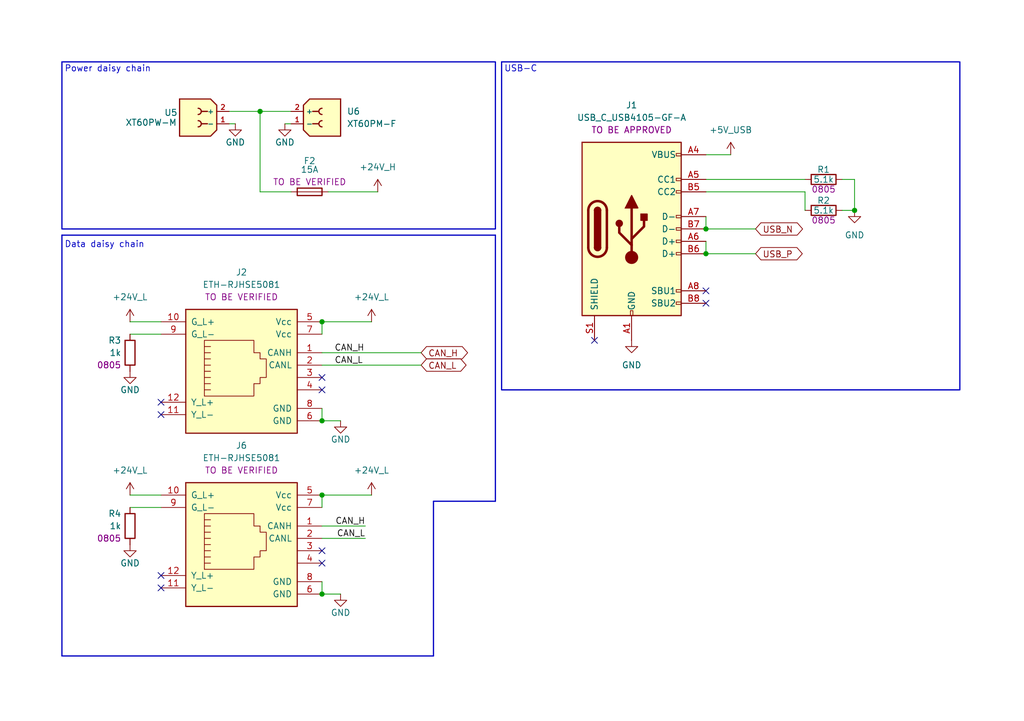
<source format=kicad_sch>
(kicad_sch (version 20231120) (generator "eeschema") (generator_version "8.0")
  (paper "A5")
  (title_block (title "ARM-JL Driver") (date "2025-02-03") (rev "REV0") (company "RobotiqueUdeS") (comment 1 "Made by Philippe Michaud"))
  (lib_symbols
    (symbol "RoverLibrary:ETH-RJHSE5081" (pin_names (offset 1.016))
      (property "Reference" "J" (at 0 9.144 0))
      (property "Value" "ETH-RJHSE5081" (at 0 6.858 0))
      (property "STATUS" "TO BE VERIFIED" (at 0.254 11.43 0))
      (symbol "ETH-RJHSE5081_0_1"
        (polyline (pts (xy 6.35 -3.81) (xy 7.62 -3.81)))
        (polyline (pts (xy 6.35 -2.54) (xy 7.62 -2.54)))
        (polyline (pts (xy 6.35 -5.08) (xy 7.62 -5.08) (xy 7.62 -5.08)))
        (polyline (pts (xy 7.62 -11.43) (xy 6.35 -11.43) (xy 6.35 -11.43)))
        (polyline (pts (xy 7.62 -10.16) (xy 6.35 -10.16) (xy 6.35 -10.16)))
        (polyline (pts (xy 7.62 -8.89) (xy 6.35 -8.89) (xy 6.35 -8.89)))
        (polyline (pts (xy 7.62 -7.62) (xy 6.35 -7.62) (xy 6.35 -7.62)))
        (polyline (pts (xy 7.62 -6.35) (xy 6.35 -6.35) (xy 6.35 -6.35)))
        (polyline (pts (xy 7.62 -12.7) (xy 7.62 -1.27) (xy -2.54 -1.27) (xy -2.54 -3.81) (xy -3.81 -3.81) (xy -3.81 -5.08) (xy -5.08 -5.08) (xy -5.08 -8.89) (xy -3.81 -8.89) (xy -3.81 -10.16) (xy -2.54 -10.16) (xy -2.54 -12.7) (xy 7.62 -12.7) (xy 7.62 -12.7)))
      )
      (symbol "ETH-RJHSE5081_1_1"
        (rectangle (start -11.43 5.08) (end 11.43 -20.32) (stroke (width 0.254)) (fill (type background)))
        (pin bidirectional line (at -16.51 -3.81 0) (length 5.08) (name "CANH") (number "1"))
        (pin passive line (at 16.51 2.54 180) (length 5.08) (name "G_L+") (number "10"))
        (pin passive line (at 16.51 -16.51 180) (length 5.08) (name "Y_L-") (number "11"))
        (pin passive line (at 16.51 -13.97 180) (length 5.08) (name "Y_L+") (number "12"))
        (pin bidirectional line (at -16.51 -6.35 0) (length 5.08) (name "CANL") (number "2"))
        (pin bidirectional line (at -16.51 -8.89 0) (length 5.08) (name "~") (number "3"))
        (pin bidirectional line (at -16.51 -11.43 0) (length 5.08) (name "~") (number "4"))
        (pin power_out line (at -16.51 2.54 0) (length 5.08) (name "Vcc") (number "5"))
        (pin power_in line (at -16.51 -17.78 0) (length 5.08) (name "GND") (number "6"))
        (pin power_in line (at -16.51 0 0) (length 5.08) (name "Vcc") (number "7"))
        (pin passive line (at -16.51 -15.24 0) (length 5.08) (name "GND") (number "8"))
        (pin passive line (at 16.51 0 180) (length 5.08) (name "G_L-") (number "9"))
      )
    )
    (symbol "RoverLibrary:FuseHolder-3588-20" (pin_numbers hide) (pin_names (offset 0))
      (property "Reference" "F" (at 2.032 0 90))
      (property "Value" "FuseHolder-3588-20" (at -1.905 0 90))
      (property "STATUS" "TO BE VERIFIED" (at -4.064 -0.254 90))
      (symbol "FuseHolder-3588-20_0_1"
        (rectangle (start -0.762 2.54) (end 0.762 -2.54) (stroke (width 0.254)))
        (polyline (pts (xy 0 2.54) (xy 0 -2.54)))
      )
      (symbol "FuseHolder-3588-20_1_1"
        (pin power_out line (at 0 3.81 270) (length 1.27) (name "~") (number "1"))
        (pin power_in line (at 0 -3.81 90) (length 1.27) (name "~") (number "2"))
      )
    )
    (symbol "RoverLibrary:R_0805" (pin_numbers hide) (pin_names (offset 0))
      (property "Reference" "R" (at 2.032 0 90))
      (property "Value" "k" (at 0 0 90))
      (property "Package" "0805" (at -2.286 0 90))
      (symbol "R_0805_0_1"
        (rectangle (start -1.016 -2.54) (end 1.016 2.54) (stroke (width 0.254)))
      )
      (symbol "R_0805_1_1"
        (pin passive line (at 0 3.81 270) (length 1.27) (name "~") (number "1"))
        (pin passive line (at 0 -3.81 90) (length 1.27) (name "~") (number "2"))
      )
    )
    (symbol "RoverLibrary:USB_C_USB4105-GF-A" (pin_names (offset 1.016))
      (property "Reference" "J" (at 0 22.225 0))
      (property "Value" "USB_C_USB4105-GF-A" (at 0 19.685 0))
      (property "STATUS" "TO BE APPROVED" (at 0 24.13 0))
      (symbol "USB_C_USB4105-GF-A_0_0"
        (rectangle (start -0.254 -17.78) (end 0.254 -16.764))
        (rectangle (start 10.16 -14.986) (end 9.144 -15.494))
        (rectangle (start 10.16 -12.446) (end 9.144 -12.954))
        (rectangle (start 10.16 -4.826) (end 9.144 -5.334))
        (rectangle (start 10.16 -2.286) (end 9.144 -2.794))
        (rectangle (start 10.16 0.254) (end 9.144 -0.254))
        (rectangle (start 10.16 2.794) (end 9.144 2.286))
        (rectangle (start 10.16 7.874) (end 9.144 7.366))
        (rectangle (start 10.16 10.414) (end 9.144 9.906))
        (rectangle (start 10.16 15.494) (end 9.144 14.986))
      )
      (symbol "USB_C_USB4105-GF-A_0_1"
        (rectangle (start -10.16 17.78) (end 10.16 -17.78) (stroke (width 0.254)) (fill (type background)))
        (arc (start -8.89 -3.81) (mid -6.985 -5.7067) (end -5.08 -3.81) (stroke (width 0.508)))
        (arc (start -7.62 -3.81) (mid -6.985 -4.4423) (end -6.35 -3.81) (stroke (width 0.254)))
        (arc (start -7.62 -3.81) (mid -6.985 -4.4423) (end -6.35 -3.81) (stroke (width 0.254)) (fill (type outline)))
        (rectangle (start -7.62 -3.81) (end -6.35 3.81) (stroke (width 0.254)) (fill (type outline)))
        (arc (start -6.35 3.81) (mid -6.985 4.4423) (end -7.62 3.81) (stroke (width 0.254)))
        (arc (start -6.35 3.81) (mid -6.985 4.4423) (end -7.62 3.81) (stroke (width 0.254)) (fill (type outline)))
        (arc (start -5.08 3.81) (mid -6.985 5.7067) (end -8.89 3.81) (stroke (width 0.508)))
        (circle (center -2.54 1.143) (radius 0.635) (stroke (width 0.254)) (fill (type outline)))
        (circle (center 0 -5.842) (radius 1.27) (fill (type outline)))
        (polyline (pts (xy -8.89 -3.81) (xy -8.89 3.81)) (stroke (width 0.508)))
        (polyline (pts (xy -5.08 3.81) (xy -5.08 -3.81)) (stroke (width 0.508)))
        (polyline (pts (xy 0 -5.842) (xy 0 4.318)) (stroke (width 0.508)))
        (polyline (pts (xy 0 -3.302) (xy -2.54 -0.762) (xy -2.54 0.508)) (stroke (width 0.508)))
        (polyline (pts (xy 0 -2.032) (xy 2.54 0.508) (xy 2.54 1.778)) (stroke (width 0.508)))
        (polyline (pts (xy -1.27 4.318) (xy 0 6.858) (xy 1.27 4.318) (xy -1.27 4.318)) (stroke (width 0.254)) (fill (type outline)))
        (rectangle (start 1.905 1.778) (end 3.175 3.048) (stroke (width 0.254)) (fill (type outline)))
      )
      (symbol "USB_C_USB4105-GF-A_1_1"
        (pin power_out line (at 0 -22.86 90) (length 5.08) (name "GND") (number "A1"))
        (pin power_in line (at 0 -22.86 90) (length 5.08) hide (name "GND") (number "A12"))
        (pin power_out line (at 15.24 15.24 180) (length 5.08) (name "VBUS") (number "A4"))
        (pin bidirectional line (at 15.24 10.16 180) (length 5.08) (name "CC1") (number "A5"))
        (pin bidirectional line (at 15.24 -2.54 180) (length 5.08) (name "D+") (number "A6"))
        (pin bidirectional line (at 15.24 2.54 180) (length 5.08) (name "D-") (number "A7"))
        (pin bidirectional line (at 15.24 -12.7 180) (length 5.08) (name "SBU1") (number "A8"))
        (pin power_in line (at 15.24 15.24 180) (length 5.08) hide (name "VBUS") (number "A9"))
        (pin power_in line (at 0 -22.86 90) (length 5.08) hide (name "GND") (number "B1"))
        (pin power_in line (at 0 -22.86 90) (length 5.08) hide (name "GND") (number "B12"))
        (pin power_in line (at 15.24 15.24 180) (length 5.08) hide (name "VBUS") (number "B4"))
        (pin bidirectional line (at 15.24 7.62 180) (length 5.08) (name "CC2") (number "B5"))
        (pin bidirectional line (at 15.24 -5.08 180) (length 5.08) (name "D+") (number "B6"))
        (pin bidirectional line (at 15.24 0 180) (length 5.08) (name "D-") (number "B7"))
        (pin bidirectional line (at 15.24 -15.24 180) (length 5.08) (name "SBU2") (number "B8"))
        (pin power_in line (at 15.24 15.24 180) (length 5.08) hide (name "VBUS") (number "B9"))
        (pin power_in line (at -7.62 -22.86 90) (length 5.08) (name "SHIELD") (number "S1"))
      )
    )
    (symbol "RoverLibrary:XT60PW-F"
      (property "Reference" "U" (at 0 0 0))
      (property "Value" "XT60PM-F" (at 0 -1.524 0))
      (symbol "XT60PW-F_0_0"
        (polyline (pts (xy 1.9077 -7.62) (xy 0.6377 -7.62)) (stroke (width 0.254)))
        (polyline (pts (xy 1.9077 -5.08) (xy 0.6377 -5.08)) (stroke (width 0.254)))
        (arc (start 0.0027 -8.255) (mid 0.635 -7.62) (end 0.0027 -6.985) (stroke (width 0.254)))
        (arc (start 0.0027 -5.715) (mid 0.635 -5.08) (end 0.0027 -4.445) (stroke (width 0.254)))
      )
      (symbol "XT60PW-F_1_0"
        (polyline (pts (xy -3.81 -2.54) (xy 2.54 -2.54) (xy 2.54 -2.54) (xy 3.81 -3.81) (xy 3.81 -8.89) (xy 2.54 -10.16) (xy -3.81 -10.16) (xy -3.81 -2.54)) (stroke (width 0.254)) (fill (type background)))
        (pin power_in line (at 6.35 -7.62 180) (length 2.54) (name "-") (number "1"))
        (pin power_in line (at 6.35 -5.08 180) (length 2.54) (name "+") (number "2"))
      )
    )
    (symbol "RoverLibrary:XT60PW-M"
      (property "Reference" "U" (at 0 0 0))
      (property "Value" "XT60PW-M" (at 0 -1.524 0))
      (symbol "XT60PW-M_0_0"
        (polyline (pts (xy 1.9077 -7.62) (xy 0.6377 -7.62)) (stroke (width 0.254)))
        (polyline (pts (xy 1.9077 -5.08) (xy 0.6377 -5.08)) (stroke (width 0.254)))
        (arc (start 0.0027 -8.255) (mid 0.635 -7.62) (end 0.0027 -6.985) (stroke (width 0.254)))
        (arc (start 0.0027 -5.715) (mid 0.635 -5.08) (end 0.0027 -4.445) (stroke (width 0.254)))
      )
      (symbol "XT60PW-M_1_0"
        (polyline (pts (xy -3.81 -2.54) (xy 2.54 -2.54) (xy 2.54 -2.54) (xy 3.81 -3.81) (xy 3.81 -8.89) (xy 2.54 -10.16) (xy -3.81 -10.16) (xy -3.81 -2.54)) (stroke (width 0.254)) (fill (type background)))
        (pin power_out line (at 6.35 -7.62 180) (length 2.54) (name "-") (number "1"))
        (pin power_out line (at 6.35 -5.08 180) (length 2.54) (name "+") (number "2"))
      )
    )
    (symbol "power:+24V" (power) (pin_numbers hide) (pin_names (offset 0) hide)
      (property "Value" "+24V" (at 0 3.556 0))
      (symbol "+24V_0_1"
        (polyline (pts (xy -0.762 1.27) (xy 0 2.54)))
        (polyline (pts (xy 0 0) (xy 0 2.54)))
        (polyline (pts (xy 0 2.54) (xy 0.762 1.27)))
      )
      (symbol "+24V_1_1"
        (pin power_in line (at 0 0 90) (length 0) (name "~") (number "1"))
      )
    )
    (symbol "power:+5V" (power) (pin_numbers hide) (pin_names (offset 0) hide)
      (property "Value" "+5V" (at 0 3.556 0))
      (symbol "+5V_0_1"
        (polyline (pts (xy -0.762 1.27) (xy 0 2.54)))
        (polyline (pts (xy 0 0) (xy 0 2.54)))
        (polyline (pts (xy 0 2.54) (xy 0.762 1.27)))
      )
      (symbol "+5V_1_1"
        (pin power_in line (at 0 0 90) (length 0) (name "~") (number "1"))
      )
    )
    (symbol "power:GND" (power) (pin_numbers hide) (pin_names (offset 0) hide)
      (property "Value" "GND" (at 0 -3.81 0))
      (symbol "GND_0_1"
        (polyline (pts (xy 0 0) (xy 0 -1.27) (xy 1.27 -1.27) (xy 0 -2.54) (xy -1.27 -1.27) (xy 0 -1.27)))
      )
      (symbol "GND_1_1"
        (pin power_in line (at 0 0 270) (length 0) (name "~") (number "1"))
      )
    )
  )
  (junction (at 144.78 52.07))
  (junction (at 175.26 43.18))
  (junction (at 66.04 101.6))
  (junction (at 66.04 66.04))
  (junction (at 66.04 86.36))
  (junction (at 53.34 22.86))
  (junction (at 66.04 121.92))
  (junction (at 144.78 46.99))
  (no_connect (at 121.92 69.85))
  (no_connect (at 66.04 77.47))
  (no_connect (at 33.02 118.11))
  (no_connect (at 33.02 85.09))
  (no_connect (at 144.78 62.23))
  (no_connect (at 66.04 113.03))
  (no_connect (at 33.02 120.65))
  (no_connect (at 66.04 80.01))
  (no_connect (at 66.04 115.57))
  (no_connect (at 144.78 59.69))
  (no_connect (at 33.02 82.55))
  (wire (pts (xy 76.2 101.6) (xy 66.04 101.6)))
  (wire (pts (xy 74.93 107.95) (xy 66.04 107.95)))
  (wire (pts (xy 46.99 22.86) (xy 53.34 22.86)))
  (wire (pts (xy 76.2 66.04) (xy 66.04 66.04)))
  (wire (pts (xy 172.72 43.18) (xy 175.26 43.18)))
  (wire (pts (xy 66.04 66.04) (xy 66.04 68.58)))
  (wire (pts (xy 53.34 22.86) (xy 53.34 39.37)))
  (wire (pts (xy 26.67 66.04) (xy 33.02 66.04)))
  (wire (pts (xy 48.26 25.4) (xy 46.99 25.4)))
  (wire (pts (xy 144.78 49.53) (xy 144.78 52.07)))
  (wire (pts (xy 53.34 39.37) (xy 59.69 39.37)))
  (wire (pts (xy 172.72 36.83) (xy 175.26 36.83)))
  (wire (pts (xy 165.1 39.37) (xy 144.78 39.37)))
  (wire (pts (xy 144.78 46.99) (xy 154.94 46.99)))
  (wire (pts (xy 69.85 86.36) (xy 66.04 86.36)))
  (wire (pts (xy 66.04 119.38) (xy 66.04 121.92)))
  (wire (pts (xy 66.04 72.39) (xy 86.36 72.39)))
  (wire (pts (xy 144.78 36.83) (xy 165.1 36.83)))
  (wire (pts (xy 66.04 74.93) (xy 86.36 74.93)))
  (polyline (pts (xy 101.6 48.26) (xy 101.6 102.87)) (stroke (width 0.254)))
  (wire (pts (xy 53.34 22.86) (xy 59.69 22.86)))
  (polyline (pts (xy 12.7 48.26) (xy 12.7 134.62)) (stroke (width 0.254)))
  (polyline (pts (xy 101.6 102.87) (xy 88.9 102.87)) (stroke (width 0.254)))
  (wire (pts (xy 26.67 68.58) (xy 33.02 68.58)))
  (wire (pts (xy 66.04 83.82) (xy 66.04 86.36)))
  (wire (pts (xy 149.86 31.75) (xy 144.78 31.75)))
  (wire (pts (xy 175.26 36.83) (xy 175.26 43.18)))
  (wire (pts (xy 26.67 104.14) (xy 33.02 104.14)))
  (wire (pts (xy 66.04 101.6) (xy 66.04 104.14)))
  (polyline (pts (xy 12.7 48.26) (xy 101.6 48.26)) (stroke (width 0.254)))
  (wire (pts (xy 154.94 52.07) (xy 144.78 52.07)))
  (wire (pts (xy 69.85 121.92) (xy 66.04 121.92)))
  (wire (pts (xy 26.67 101.6) (xy 33.02 101.6)))
  (wire (pts (xy 66.04 110.49) (xy 74.93 110.49)))
  (polyline (pts (xy 88.9 102.87) (xy 88.9 134.62)) (stroke (width 0.254)))
  (wire (pts (xy 58.42 25.4) (xy 59.69 25.4)))
  (wire (pts (xy 144.78 44.45) (xy 144.78 46.99)))
  (wire (pts (xy 165.1 39.37) (xy 165.1 43.18)))
  (wire (pts (xy 77.47 39.37) (xy 67.31 39.37)))
  (polyline (pts (xy 88.9 134.62) (xy 12.7 134.62)) (stroke (width 0.254)))
  (rectangle (start 12.7 12.7) (end 101.6 46.99) (stroke (width 0.254)))
  (rectangle (start 102.87 12.7) (end 196.85 80.01) (stroke (width 0.254)))
  (text "Data daisy chain" (at 13.208 50.292 0) (effects (font (size 1.27 1.27)) (justify left)))
  (text "USB-C" (at 103.378 14.224 0) (effects (font (size 1.27 1.27)) (justify left)))
  (text "Power daisy chain" (at 13.208 14.224 0) (effects (font (size 1.27 1.27)) (justify left)))
  (label "CAN_L" (at 74.93 110.49 180))
  (label "CAN_H" (at 74.93 107.95 180))
  (label "CAN_L" (at 68.58 74.93 0))
  (label "CAN_H" (at 68.5711 72.39 0))
  (global_label "USB_N" (shape bidirectional) (at 154.94 46.99 0) (property "Intersheetrefs" "${INTERSHEET_REFS}" (effects (hide yes))))
  (global_label "CAN_H" (shape bidirectional) (at 86.36 72.39 0) (property "Intersheetrefs" "${INTERSHEET_REFS}" (effects (hide yes))))
  (global_label "CAN_L" (shape bidirectional) (at 86.36 74.93 0) (property "Intersheetrefs" "${INTERSHEET_REFS}" (effects (hide yes))))
  (global_label "USB_P" (shape bidirectional) (at 154.94 52.07 0) (property "Intersheetrefs" "${INTERSHEET_REFS}" (effects (hide yes))))
  (symbol (lib_id "power:+24V") (at 76.2 66.04 0) (mirror y) (unit 1)
    (property "Reference" "#PWR024" (effects (hide yes)))
    (property "Value" "+24V_L" (at 76.2 60.96 0))
    (property "Description" "Power symbol creates a global label with name \"+24V\"" (effects (hide yes)))
  )
  (symbol (lib_id "power:GND") (at 69.85 86.36 0) (unit 1)
    (property "Reference" "#PWR012" (effects (hide yes)))
    (property "Value" "GND" (at 69.85 90.17 0))
    (property "Description" "Power symbol creates a global label with name \"GND\" , ground" (effects (hide yes)))
  )
  (symbol (lib_id "power:GND") (at 129.54 69.85 0) (unit 1)
    (property "Reference" "#PWR06" (effects (hide yes)))
    (property "Value" "GND" (at 129.54 74.93 0))
    (property "Description" "Power symbol creates a global label with name \"GND\" , ground" (effects (hide yes)))
  )
  (symbol (lib_id "RoverLibrary:R_0805") (at 26.67 72.39 0) (unit 1)
    (property "Reference" "R3" (at 24.892 69.85 0) (effects (justify right)))
    (property "Value" "1k" (at 24.892 72.39 0) (effects (justify right)))
    (property "Footprint" "Resistor_SMD:R_0805_2012Metric_Pad1.20x1.40mm_HandSolder" (effects (hide yes)))
    (property "Description" "Resistor" (effects (hide yes)))
    (property "Package" "0805" (at 24.892 74.93 0) (effects (justify right)))
  )
  (symbol (lib_id "power:+24V") (at 26.67 66.04 0) (mirror y) (unit 1)
    (property "Reference" "#PWR016" (effects (hide yes)))
    (property "Value" "+24V_L" (at 26.67 60.96 0))
    (property "Description" "Power symbol creates a global label with name \"+24V\"" (effects (hide yes)))
  )
  (symbol (lib_id "power:+24V") (at 76.2 101.6 0) (mirror y) (unit 1)
    (property "Reference" "#PWR025" (effects (hide yes)))
    (property "Value" "+24V_L" (at 76.2 96.52 0))
    (property "Description" "Power symbol creates a global label with name \"+24V\"" (effects (hide yes)))
  )
  (symbol (lib_id "power:GND") (at 175.26 43.18 0) (unit 1)
    (property "Reference" "#PWR05" (effects (hide yes)))
    (property "Value" "GND" (at 175.26 48.26 0))
    (property "Description" "Power symbol creates a global label with name \"GND\" , ground" (effects (hide yes)))
  )
  (symbol (lib_id "RoverLibrary:XT60PW-M") (at 40.64 17.78 0) (unit 1)
    (property "Reference" "U5" (at 35.052 23.114 0))
    (property "Value" "XT60PW-M" (at 30.988 25.146 0))
    (property "Footprint" "RoverFootprint:AMASS_XT60PW-M_1x02_P7.20mm_Horizontal" (effects (hide yes)))
    (property "STATUS" "APPROVED" (effects (hide yes)))
  )
  (symbol (lib_id "RoverLibrary:R_0805") (at 168.91 43.18 90) (unit 1)
    (property "Reference" "R2" (at 168.91 41.148 90))
    (property "Value" "5.1k" (at 168.91 43.18 90))
    (property "Footprint" "Resistor_SMD:R_0805_2012Metric_Pad1.20x1.40mm_HandSolder" (effects (hide yes)))
    (property "Description" "Resistor" (effects (hide yes)))
    (property "Package" "0805" (at 168.91 45.212 90))
  )
  (symbol (lib_id "RoverLibrary:R_0805") (at 168.91 36.83 90) (unit 1)
    (property "Reference" "R1" (at 168.91 34.798 90))
    (property "Value" "5.1k" (at 168.91 36.83 90))
    (property "Footprint" "Resistor_SMD:R_0805_2012Metric_Pad1.20x1.40mm_HandSolder" (effects (hide yes)))
    (property "Description" "Resistor" (effects (hide yes)))
    (property "Package" "0805" (at 168.91 38.862 90))
  )
  (symbol (lib_id "power:GND") (at 26.67 111.76 0) (unit 1)
    (property "Reference" "#PWR019" (effects (hide yes)))
    (property "Value" "GND" (at 26.67 115.57 0))
    (property "Description" "Power symbol creates a global label with name \"GND\" , ground" (effects (hide yes)))
  )
  (symbol (lib_id "power:+5V") (at 149.86 31.75 0) (unit 1)
    (property "Reference" "#PWR04" (effects (hide yes)))
    (property "Value" "+5V_USB" (at 149.86 26.67 0))
    (property "Description" "Power symbol creates a global label with name \"+5V\"" (effects (hide yes)))
  )
  (symbol (lib_id "power:GND") (at 26.67 76.2 0) (unit 1)
    (property "Reference" "#PWR017" (effects (hide yes)))
    (property "Value" "GND" (at 26.67 80.01 0))
    (property "Description" "Power symbol creates a global label with name \"GND\" , ground" (effects (hide yes)))
  )
  (symbol (lib_id "power:+24V") (at 77.47 39.37 0) (unit 1)
    (property "Reference" "#PWR026" (effects (hide yes)))
    (property "Value" "+24V_H" (at 77.47 34.29 0))
    (property "Description" "Power symbol creates a global label with name \"+24V\"" (effects (hide yes)))
  )
  (symbol (lib_id "RoverLibrary:R_0805") (at 26.67 107.95 0) (unit 1)
    (property "Reference" "R4" (at 24.892 105.41 0) (effects (justify right)))
    (property "Value" "1k" (at 24.892 107.95 0) (effects (justify right)))
    (property "Footprint" "Resistor_SMD:R_0805_2012Metric_Pad1.20x1.40mm_HandSolder" (effects (hide yes)))
    (property "Description" "Resistor" (effects (hide yes)))
    (property "Package" "0805" (at 24.892 110.49 0) (effects (justify right)))
  )
  (symbol (lib_id "power:GND") (at 58.42 25.4 0) (unit 1)
    (property "Reference" "#PWR021" (effects (hide yes)))
    (property "Value" "GND" (at 58.42 29.21 0))
    (property "Description" "Power symbol creates a global label with name \"GND\" , ground" (effects (hide yes)))
  )
  (symbol (lib_id "RoverLibrary:XT60PW-F") (at 66.04 17.78 0) (mirror y) (unit 1)
    (property "Reference" "U6" (at 71.12 22.8599 0) (effects (justify right)))
    (property "Value" "XT60PM-F" (at 71.12 25.3999 0) (effects (justify right)))
    (property "Footprint" "RoverFootprint:AMASS_XT60PW-F_1x02_P7.20mm_Horizontal" (effects (hide yes)))
    (property "STATUS" "APPROVED" (effects (hide yes)))
  )
  (symbol (lib_id "RoverLibrary:ETH-RJHSE5081") (at 49.53 104.14 0) (mirror y) (unit 1)
    (property "Reference" "J6" (at 49.53 91.44 0))
    (property "Value" "ETH-RJHSE5081" (at 49.53 93.98 0))
    (property "Footprint" "RoverFootprint:ETH-RJHSE5081" (effects (hide yes)))
    (property "Description" "RJ connector, 8P8C (8 positions 8 connected), RJ31/RJ32/RJ33/RJ34/RJ35/RJ41/RJ45/RJ49/RJ61" (effects (hide yes)))
    (property "STATUS" "TO BE VERIFIED" (at 49.53 96.52 0))
  )
  (symbol (lib_id "power:+24V") (at 26.67 101.6 0) (mirror y) (unit 1)
    (property "Reference" "#PWR018" (effects (hide yes)))
    (property "Value" "+24V_L" (at 26.67 96.52 0))
    (property "Description" "Power symbol creates a global label with name \"+24V\"" (effects (hide yes)))
  )
  (symbol (lib_id "power:GND") (at 48.26 25.4 0) (unit 1)
    (property "Reference" "#PWR020" (effects (hide yes)))
    (property "Value" "GND" (at 48.26 29.21 0))
    (property "Description" "Power symbol creates a global label with name \"GND\" , ground" (effects (hide yes)))
  )
  (symbol (lib_id "RoverLibrary:ETH-RJHSE5081") (at 49.53 68.58 0) (mirror y) (unit 1)
    (property "Reference" "J2" (at 49.53 55.88 0))
    (property "Value" "ETH-RJHSE5081" (at 49.53 58.42 0))
    (property "Footprint" "RoverFootprint:ETH-RJHSE5081" (effects (hide yes)))
    (property "Description" "RJ connector, 8P8C (8 positions 8 connected), RJ31/RJ32/RJ33/RJ34/RJ35/RJ41/RJ45/RJ49/RJ61" (effects (hide yes)))
    (property "STATUS" "TO BE VERIFIED" (at 49.53 60.96 0))
  )
  (symbol (lib_id "RoverLibrary:USB_C_USB4105-GF-A") (at 129.54 46.99 0) (unit 1)
    (property "Reference" "J1" (at 129.54 21.59 0))
    (property "Value" "USB_C_USB4105-GF-A" (at 129.54 24.13 0))
    (property "Footprint" "Connector_USB:USB_C_Receptacle_GCT_USB4105-xx-A_16P_TopMnt_Horizontal" (effects (hide yes)))
    (property "Datasheet" "https://www.usb.org/sites/default/files/documents/usb_type-c.zip" (effects (hide yes)))
    (property "Description" "USB 2.0-only 16P Type-C Receptacle connector" (effects (hide yes)))
    (property "STATUS" "TO BE APPROVED" (at 129.54 26.67 0))
  )
  (symbol (lib_id "power:GND") (at 69.85 121.92 0) (unit 1)
    (property "Reference" "#PWR023" (effects (hide yes)))
    (property "Value" "GND" (at 69.85 125.73 0))
    (property "Description" "Power symbol creates a global label with name \"GND\" , ground" (effects (hide yes)))
  )
  (symbol (lib_id "RoverLibrary:FuseHolder-3588-20") (at 63.5 39.37 270) (mirror x) (unit 1)
    (property "Reference" "F2" (at 63.5 33.02 90))
    (property "Value" "15A" (at 63.5 34.798 90))
    (property "Footprint" "RoverFootprint:FuseHolder-3588-20" (effects (hide yes)))
    (property "Description" "FuseHolder SMD 20A Max" (effects (hide yes)))
    (property "STATUS" "TO BE VERIFIED" (at 63.5 37.338 90))
  )
)
</source>
